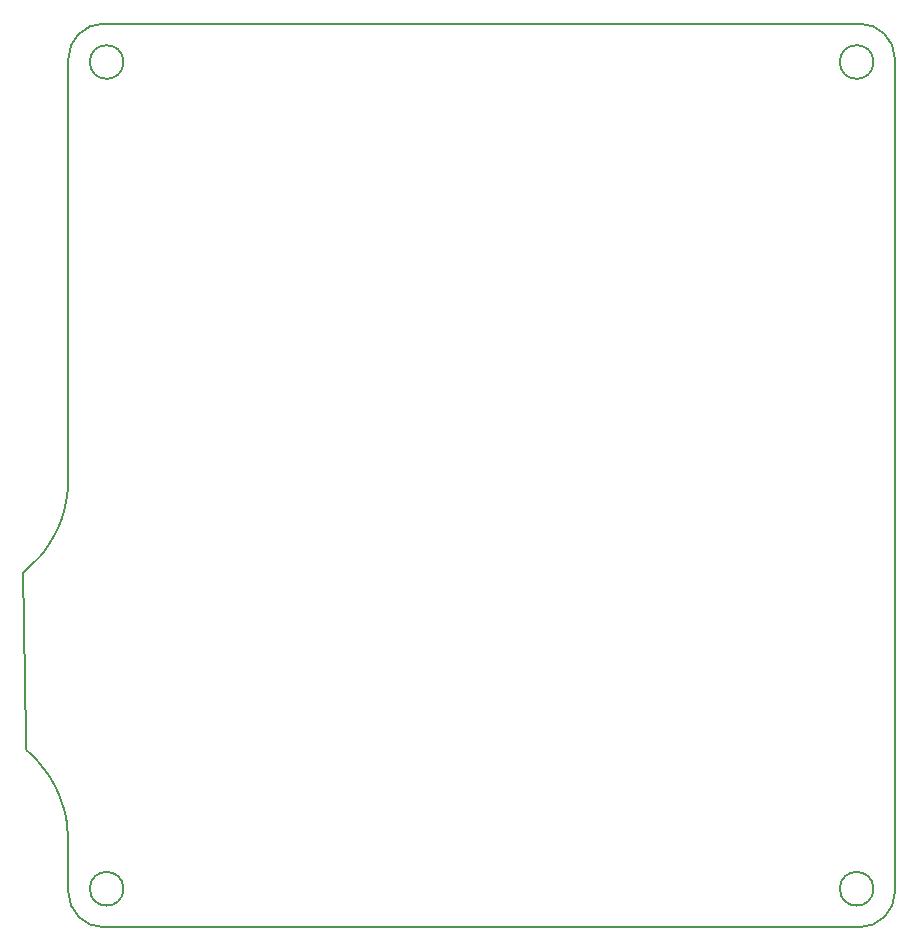
<source format=gko>
G04*
G04 #@! TF.GenerationSoftware,Altium Limited,Altium Designer,20.2.7 (254)*
G04*
G04 Layer_Color=16711935*
%FSLAX25Y25*%
%MOIN*%
G70*
G04*
G04 #@! TF.SameCoordinates,A4FD2F15-25C4-4B7E-ACC4-4C6BACDD2ABF*
G04*
G04*
G04 #@! TF.FilePolarity,Positive*
G04*
G01*
G75*
%ADD13C,0.00787*%
D13*
X33402Y12797D02*
G03*
X33402Y12797I-5610J0D01*
G01*
X283399Y288390D02*
G03*
X283399Y288390I-5610J0D01*
G01*
X14996Y28927D02*
G03*
X14549Y34838I-39548J-17D01*
G01*
D02*
G03*
X14244Y36584I-38849J-5887D01*
G01*
X14244D02*
G03*
X14070Y37414I-37817J-7492D01*
G01*
X14070D02*
G03*
X13840Y38395I-38023J-8406D01*
G01*
X13840D02*
G03*
X13516Y39615I-38179J-9484D01*
G01*
X13516D02*
G03*
X11906Y44213I-38403J-10864D01*
G01*
X11906D02*
G03*
X11023Y46166I-36652J-15399D01*
G01*
X11023D02*
G03*
X10448Y47304I-35389J-17168D01*
G01*
D02*
G03*
X9967Y48190I-34458J-18121D01*
G01*
X9967D02*
G03*
X9532Y48948I-33631J-18813D01*
G01*
X9532Y48948D02*
G03*
X9107Y49651I-33180J-19563D01*
G01*
X9107D02*
G03*
X8573Y50490I-33081J-20468D01*
G01*
X8573D02*
G03*
X7865Y51535I-32879J-21525D01*
G01*
D02*
G03*
X4765Y55414I-32642J-22908D01*
G01*
D02*
G03*
X3312Y56934I-29424J-26674D01*
G01*
X3312Y56934D02*
G03*
X2402Y57809I-27674J-27896D01*
G01*
Y57809D02*
G03*
X1655Y58486I-26491J-28478D01*
G01*
D02*
G03*
X993Y59057I-25480J-28857D01*
G01*
X-64Y118112D02*
G03*
X993Y59057I3461269J32382D01*
G01*
X0Y118162D02*
G03*
X5467Y123403I-24503J31028D01*
G01*
Y123403D02*
G03*
X6356Y124475I-29637J25499D01*
G01*
X6414Y124548D02*
G03*
X6943Y125227I-30161J24013D01*
G01*
D02*
G03*
X7543Y126038I-31001J23569D01*
G01*
X7543Y126038D02*
G03*
X8272Y127086I-31922J22989D01*
G01*
X8272Y127086D02*
G03*
X10629Y131077I-33113J22246D01*
G01*
D02*
G03*
X11602Y133107I-35350J18197D01*
G01*
X11602D02*
G03*
X12107Y134293I-35935J15994D01*
G01*
D02*
G03*
X12475Y135233I-36070J14656D01*
G01*
Y135233D02*
G03*
X12774Y136055I-36068J13578D01*
G01*
X12791Y136105D02*
G03*
X13066Y136921I-36408J12712D01*
G01*
D02*
G03*
X13365Y137884I-37055J12016D01*
G01*
D02*
G03*
X13707Y139114I-37734J11165D01*
G01*
X13707D02*
G03*
X14624Y143725I-38620J10072D01*
G01*
Y143725D02*
G03*
X14866Y145936I-39399J5446D01*
G01*
X14866D02*
G03*
X14950Y147223I-39217J3199D01*
G01*
X14950D02*
G03*
X14986Y148231I-38901J1892D01*
G01*
X14986D02*
G03*
X14996Y149106I-38542J875D01*
G01*
X26807Y301185D02*
G03*
X14996Y289374I0J-11811D01*
G01*
X290584D02*
G03*
X278773Y301185I-11811J0D01*
G01*
Y1D02*
G03*
X290584Y11812I0J11811D01*
G01*
X14996D02*
G03*
X26807Y1I11811J0D01*
G01*
X33399Y288387D02*
G03*
X33399Y288387I-5610J0D01*
G01*
X283401Y12799D02*
G03*
X283401Y12799I-5610J0D01*
G01*
X14996Y28919D02*
Y28927D01*
X-64Y118112D02*
X0Y118162D01*
X6356Y124475D02*
X6414Y124548D01*
X12774Y136055D02*
X12791Y136105D01*
X14996Y149106D02*
Y289374D01*
X26807Y301185D02*
X278773D01*
X290584Y11812D02*
Y289374D01*
X26807Y1D02*
X278773Y1D01*
X14996Y11812D02*
Y28919D01*
M02*

</source>
